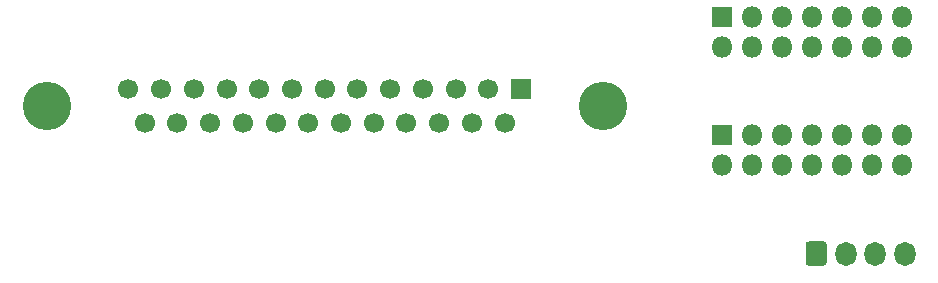
<source format=gbr>
%TF.GenerationSoftware,KiCad,Pcbnew,5.1.6-c6e7f7d~87~ubuntu20.04.1*%
%TF.CreationDate,2022-06-05T21:48:19+02:00*%
%TF.ProjectId,interface_up_left_side_arm,696e7465-7266-4616-9365-5f75705f6c65,rev?*%
%TF.SameCoordinates,PX770d850PY55ca120*%
%TF.FileFunction,Soldermask,Bot*%
%TF.FilePolarity,Negative*%
%FSLAX46Y46*%
G04 Gerber Fmt 4.6, Leading zero omitted, Abs format (unit mm)*
G04 Created by KiCad (PCBNEW 5.1.6-c6e7f7d~87~ubuntu20.04.1) date 2022-06-05 21:48:19*
%MOMM*%
%LPD*%
G01*
G04 APERTURE LIST*
%ADD10R,1.700000X1.700000*%
%ADD11C,1.700000*%
%ADD12C,4.100000*%
%ADD13R,1.800000X1.800000*%
%ADD14O,1.800000X1.800000*%
%ADD15O,1.800000X2.050000*%
G04 APERTURE END LIST*
D10*
%TO.C,J1*%
X50164080Y20858440D03*
D11*
X47394080Y20858440D03*
X44624080Y20858440D03*
X41854080Y20858440D03*
X39084080Y20858440D03*
X36314080Y20858440D03*
X33544080Y20858440D03*
X30774080Y20858440D03*
X28004080Y20858440D03*
X25234080Y20858440D03*
X22464080Y20858440D03*
X19694080Y20858440D03*
X16924080Y20858440D03*
X48779080Y18018440D03*
X46009080Y18018440D03*
X43239080Y18018440D03*
X40469080Y18018440D03*
X37699080Y18018440D03*
X34929080Y18018440D03*
X32159080Y18018440D03*
X29389080Y18018440D03*
X26619080Y18018440D03*
X23849080Y18018440D03*
X21079080Y18018440D03*
X18309080Y18018440D03*
D12*
X9994080Y19438440D03*
X57094080Y19438440D03*
%TD*%
D13*
%TO.C,J2*%
X67164080Y16956640D03*
D14*
X67164080Y14416640D03*
X69704080Y16956640D03*
X69704080Y14416640D03*
X72244080Y16956640D03*
X72244080Y14416640D03*
X74784080Y16956640D03*
X74784080Y14416640D03*
X77324080Y16956640D03*
X77324080Y14416640D03*
X79864080Y16956640D03*
X79864080Y14416640D03*
X82404080Y16956640D03*
X82404080Y14416640D03*
%TD*%
%TO.C,J3*%
X82404080Y24416640D03*
X82404080Y26956640D03*
X79864080Y24416640D03*
X79864080Y26956640D03*
X77324080Y24416640D03*
X77324080Y26956640D03*
X74784080Y24416640D03*
X74784080Y26956640D03*
X72244080Y24416640D03*
X72244080Y26956640D03*
X69704080Y24416640D03*
X69704080Y26956640D03*
X67164080Y24416640D03*
D13*
X67164080Y26956640D03*
%TD*%
%TO.C,J4*%
G36*
G01*
X74264080Y6196346D02*
X74264080Y7716934D01*
G75*
G02*
X74528786Y7981640I264706J0D01*
G01*
X75799374Y7981640D01*
G75*
G02*
X76064080Y7716934I0J-264706D01*
G01*
X76064080Y6196346D01*
G75*
G02*
X75799374Y5931640I-264706J0D01*
G01*
X74528786Y5931640D01*
G75*
G02*
X74264080Y6196346I0J264706D01*
G01*
G37*
D15*
X77664080Y6956640D03*
X80164080Y6956640D03*
X82664080Y6956640D03*
%TD*%
M02*

</source>
